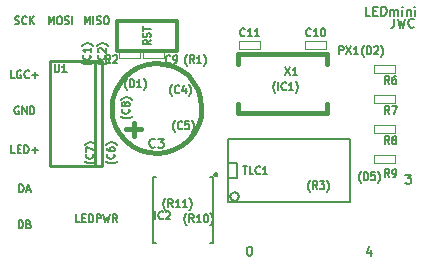
<source format=gto>
G04 (created by PCBNEW-RS274X (2011-07-08)-stable) date Wed 23 Nov 2011 11:36:48 PM EST*
G01*
G70*
G90*
%MOIN*%
G04 Gerber Fmt 3.4, Leading zero omitted, Abs format*
%FSLAX34Y34*%
G04 APERTURE LIST*
%ADD10C,0.006000*%
%ADD11C,0.006300*%
%ADD12C,0.007500*%
%ADD13C,0.015000*%
%ADD14C,0.010000*%
%ADD15C,0.012000*%
%ADD16C,0.003000*%
%ADD17C,0.007000*%
%ADD18C,0.005000*%
G04 APERTURE END LIST*
G54D10*
X14696Y-27780D02*
X14685Y-27792D01*
X14649Y-27816D01*
X14625Y-27828D01*
X14589Y-27840D01*
X14530Y-27851D01*
X14482Y-27851D01*
X14423Y-27840D01*
X14387Y-27828D01*
X14363Y-27816D01*
X14327Y-27792D01*
X14315Y-27780D01*
X14577Y-27542D02*
X14589Y-27554D01*
X14601Y-27589D01*
X14601Y-27613D01*
X14589Y-27649D01*
X14565Y-27673D01*
X14542Y-27684D01*
X14494Y-27696D01*
X14458Y-27696D01*
X14411Y-27684D01*
X14387Y-27673D01*
X14363Y-27649D01*
X14351Y-27613D01*
X14351Y-27589D01*
X14363Y-27554D01*
X14375Y-27542D01*
X14375Y-27446D02*
X14363Y-27434D01*
X14351Y-27411D01*
X14351Y-27351D01*
X14363Y-27327D01*
X14375Y-27315D01*
X14399Y-27304D01*
X14423Y-27304D01*
X14458Y-27315D01*
X14601Y-27458D01*
X14601Y-27304D01*
X14696Y-27220D02*
X14685Y-27208D01*
X14649Y-27185D01*
X14625Y-27173D01*
X14589Y-27161D01*
X14530Y-27149D01*
X14482Y-27149D01*
X14423Y-27161D01*
X14387Y-27173D01*
X14363Y-27185D01*
X14327Y-27208D01*
X14315Y-27220D01*
X14196Y-27780D02*
X14185Y-27792D01*
X14149Y-27816D01*
X14125Y-27828D01*
X14089Y-27840D01*
X14030Y-27851D01*
X13982Y-27851D01*
X13923Y-27840D01*
X13887Y-27828D01*
X13863Y-27816D01*
X13827Y-27792D01*
X13815Y-27780D01*
X14077Y-27542D02*
X14089Y-27554D01*
X14101Y-27589D01*
X14101Y-27613D01*
X14089Y-27649D01*
X14065Y-27673D01*
X14042Y-27684D01*
X13994Y-27696D01*
X13958Y-27696D01*
X13911Y-27684D01*
X13887Y-27673D01*
X13863Y-27649D01*
X13851Y-27613D01*
X13851Y-27589D01*
X13863Y-27554D01*
X13875Y-27542D01*
X14101Y-27304D02*
X14101Y-27446D01*
X14101Y-27375D02*
X13851Y-27375D01*
X13887Y-27399D01*
X13911Y-27423D01*
X13923Y-27446D01*
X14196Y-27220D02*
X14185Y-27208D01*
X14149Y-27185D01*
X14125Y-27173D01*
X14089Y-27161D01*
X14030Y-27149D01*
X13982Y-27149D01*
X13923Y-27161D01*
X13887Y-27173D01*
X13863Y-27185D01*
X13827Y-27208D01*
X13815Y-27220D01*
X15496Y-29580D02*
X15485Y-29592D01*
X15449Y-29616D01*
X15425Y-29628D01*
X15389Y-29640D01*
X15330Y-29651D01*
X15282Y-29651D01*
X15223Y-29640D01*
X15187Y-29628D01*
X15163Y-29616D01*
X15127Y-29592D01*
X15115Y-29580D01*
X15377Y-29342D02*
X15389Y-29354D01*
X15401Y-29389D01*
X15401Y-29413D01*
X15389Y-29449D01*
X15365Y-29473D01*
X15342Y-29484D01*
X15294Y-29496D01*
X15258Y-29496D01*
X15211Y-29484D01*
X15187Y-29473D01*
X15163Y-29449D01*
X15151Y-29413D01*
X15151Y-29389D01*
X15163Y-29354D01*
X15175Y-29342D01*
X15258Y-29199D02*
X15246Y-29223D01*
X15235Y-29234D01*
X15211Y-29246D01*
X15199Y-29246D01*
X15175Y-29234D01*
X15163Y-29223D01*
X15151Y-29199D01*
X15151Y-29151D01*
X15163Y-29127D01*
X15175Y-29115D01*
X15199Y-29104D01*
X15211Y-29104D01*
X15235Y-29115D01*
X15246Y-29127D01*
X15258Y-29151D01*
X15258Y-29199D01*
X15270Y-29223D01*
X15282Y-29234D01*
X15306Y-29246D01*
X15354Y-29246D01*
X15377Y-29234D01*
X15389Y-29223D01*
X15401Y-29199D01*
X15401Y-29151D01*
X15389Y-29127D01*
X15377Y-29115D01*
X15354Y-29104D01*
X15306Y-29104D01*
X15282Y-29115D01*
X15270Y-29127D01*
X15258Y-29151D01*
X15496Y-29020D02*
X15485Y-29008D01*
X15449Y-28985D01*
X15425Y-28973D01*
X15389Y-28961D01*
X15330Y-28949D01*
X15282Y-28949D01*
X15223Y-28961D01*
X15187Y-28973D01*
X15163Y-28985D01*
X15127Y-29008D01*
X15115Y-29020D01*
X14996Y-31080D02*
X14985Y-31092D01*
X14949Y-31116D01*
X14925Y-31128D01*
X14889Y-31140D01*
X14830Y-31151D01*
X14782Y-31151D01*
X14723Y-31140D01*
X14687Y-31128D01*
X14663Y-31116D01*
X14627Y-31092D01*
X14615Y-31080D01*
X14877Y-30842D02*
X14889Y-30854D01*
X14901Y-30889D01*
X14901Y-30913D01*
X14889Y-30949D01*
X14865Y-30973D01*
X14842Y-30984D01*
X14794Y-30996D01*
X14758Y-30996D01*
X14711Y-30984D01*
X14687Y-30973D01*
X14663Y-30949D01*
X14651Y-30913D01*
X14651Y-30889D01*
X14663Y-30854D01*
X14675Y-30842D01*
X14651Y-30627D02*
X14651Y-30675D01*
X14663Y-30699D01*
X14675Y-30711D01*
X14711Y-30734D01*
X14758Y-30746D01*
X14854Y-30746D01*
X14877Y-30734D01*
X14889Y-30723D01*
X14901Y-30699D01*
X14901Y-30651D01*
X14889Y-30627D01*
X14877Y-30615D01*
X14854Y-30604D01*
X14794Y-30604D01*
X14770Y-30615D01*
X14758Y-30627D01*
X14746Y-30651D01*
X14746Y-30699D01*
X14758Y-30723D01*
X14770Y-30734D01*
X14794Y-30746D01*
X14996Y-30520D02*
X14985Y-30508D01*
X14949Y-30485D01*
X14925Y-30473D01*
X14889Y-30461D01*
X14830Y-30449D01*
X14782Y-30449D01*
X14723Y-30461D01*
X14687Y-30473D01*
X14663Y-30485D01*
X14627Y-30508D01*
X14615Y-30520D01*
X15320Y-28696D02*
X15308Y-28685D01*
X15284Y-28649D01*
X15272Y-28625D01*
X15260Y-28589D01*
X15249Y-28530D01*
X15249Y-28482D01*
X15260Y-28423D01*
X15272Y-28387D01*
X15284Y-28363D01*
X15308Y-28327D01*
X15320Y-28315D01*
X15416Y-28601D02*
X15416Y-28351D01*
X15475Y-28351D01*
X15511Y-28363D01*
X15535Y-28387D01*
X15546Y-28411D01*
X15558Y-28458D01*
X15558Y-28494D01*
X15546Y-28542D01*
X15535Y-28565D01*
X15511Y-28589D01*
X15475Y-28601D01*
X15416Y-28601D01*
X15796Y-28601D02*
X15654Y-28601D01*
X15725Y-28601D02*
X15725Y-28351D01*
X15701Y-28387D01*
X15677Y-28411D01*
X15654Y-28423D01*
X15880Y-28696D02*
X15892Y-28685D01*
X15915Y-28649D01*
X15927Y-28625D01*
X15939Y-28589D01*
X15951Y-28530D01*
X15951Y-28482D01*
X15939Y-28423D01*
X15927Y-28387D01*
X15915Y-28363D01*
X15892Y-28327D01*
X15880Y-28315D01*
X16920Y-30096D02*
X16908Y-30085D01*
X16884Y-30049D01*
X16872Y-30025D01*
X16860Y-29989D01*
X16849Y-29930D01*
X16849Y-29882D01*
X16860Y-29823D01*
X16872Y-29787D01*
X16884Y-29763D01*
X16908Y-29727D01*
X16920Y-29715D01*
X17158Y-29977D02*
X17146Y-29989D01*
X17111Y-30001D01*
X17087Y-30001D01*
X17051Y-29989D01*
X17027Y-29965D01*
X17016Y-29942D01*
X17004Y-29894D01*
X17004Y-29858D01*
X17016Y-29811D01*
X17027Y-29787D01*
X17051Y-29763D01*
X17087Y-29751D01*
X17111Y-29751D01*
X17146Y-29763D01*
X17158Y-29775D01*
X17385Y-29751D02*
X17266Y-29751D01*
X17254Y-29870D01*
X17266Y-29858D01*
X17289Y-29846D01*
X17349Y-29846D01*
X17373Y-29858D01*
X17385Y-29870D01*
X17396Y-29894D01*
X17396Y-29954D01*
X17385Y-29977D01*
X17373Y-29989D01*
X17349Y-30001D01*
X17289Y-30001D01*
X17266Y-29989D01*
X17254Y-29977D01*
X17480Y-30096D02*
X17492Y-30085D01*
X17515Y-30049D01*
X17527Y-30025D01*
X17539Y-29989D01*
X17551Y-29930D01*
X17551Y-29882D01*
X17539Y-29823D01*
X17527Y-29787D01*
X17515Y-29763D01*
X17492Y-29727D01*
X17480Y-29715D01*
X14296Y-31080D02*
X14285Y-31092D01*
X14249Y-31116D01*
X14225Y-31128D01*
X14189Y-31140D01*
X14130Y-31151D01*
X14082Y-31151D01*
X14023Y-31140D01*
X13987Y-31128D01*
X13963Y-31116D01*
X13927Y-31092D01*
X13915Y-31080D01*
X14177Y-30842D02*
X14189Y-30854D01*
X14201Y-30889D01*
X14201Y-30913D01*
X14189Y-30949D01*
X14165Y-30973D01*
X14142Y-30984D01*
X14094Y-30996D01*
X14058Y-30996D01*
X14011Y-30984D01*
X13987Y-30973D01*
X13963Y-30949D01*
X13951Y-30913D01*
X13951Y-30889D01*
X13963Y-30854D01*
X13975Y-30842D01*
X13951Y-30758D02*
X13951Y-30592D01*
X14201Y-30699D01*
X14296Y-30520D02*
X14285Y-30508D01*
X14249Y-30485D01*
X14225Y-30473D01*
X14189Y-30461D01*
X14130Y-30449D01*
X14082Y-30449D01*
X14023Y-30461D01*
X13987Y-30473D01*
X13963Y-30485D01*
X13927Y-30508D01*
X13915Y-30520D01*
X16820Y-28896D02*
X16808Y-28885D01*
X16784Y-28849D01*
X16772Y-28825D01*
X16760Y-28789D01*
X16749Y-28730D01*
X16749Y-28682D01*
X16760Y-28623D01*
X16772Y-28587D01*
X16784Y-28563D01*
X16808Y-28527D01*
X16820Y-28515D01*
X17058Y-28777D02*
X17046Y-28789D01*
X17011Y-28801D01*
X16987Y-28801D01*
X16951Y-28789D01*
X16927Y-28765D01*
X16916Y-28742D01*
X16904Y-28694D01*
X16904Y-28658D01*
X16916Y-28611D01*
X16927Y-28587D01*
X16951Y-28563D01*
X16987Y-28551D01*
X17011Y-28551D01*
X17046Y-28563D01*
X17058Y-28575D01*
X17273Y-28635D02*
X17273Y-28801D01*
X17213Y-28539D02*
X17154Y-28718D01*
X17308Y-28718D01*
X17380Y-28896D02*
X17392Y-28885D01*
X17415Y-28849D01*
X17427Y-28825D01*
X17439Y-28789D01*
X17451Y-28730D01*
X17451Y-28682D01*
X17439Y-28623D01*
X17427Y-28587D01*
X17415Y-28563D01*
X17392Y-28527D01*
X17380Y-28515D01*
X17320Y-27896D02*
X17308Y-27885D01*
X17284Y-27849D01*
X17272Y-27825D01*
X17260Y-27789D01*
X17249Y-27730D01*
X17249Y-27682D01*
X17260Y-27623D01*
X17272Y-27587D01*
X17284Y-27563D01*
X17308Y-27527D01*
X17320Y-27515D01*
X17558Y-27801D02*
X17475Y-27682D01*
X17416Y-27801D02*
X17416Y-27551D01*
X17511Y-27551D01*
X17535Y-27563D01*
X17546Y-27575D01*
X17558Y-27599D01*
X17558Y-27635D01*
X17546Y-27658D01*
X17535Y-27670D01*
X17511Y-27682D01*
X17416Y-27682D01*
X17796Y-27801D02*
X17654Y-27801D01*
X17725Y-27801D02*
X17725Y-27551D01*
X17701Y-27587D01*
X17677Y-27611D01*
X17654Y-27623D01*
X17880Y-27896D02*
X17892Y-27885D01*
X17915Y-27849D01*
X17927Y-27825D01*
X17939Y-27789D01*
X17951Y-27730D01*
X17951Y-27682D01*
X17939Y-27623D01*
X17927Y-27587D01*
X17915Y-27563D01*
X17892Y-27527D01*
X17880Y-27515D01*
X23220Y-27596D02*
X23208Y-27585D01*
X23184Y-27549D01*
X23172Y-27525D01*
X23160Y-27489D01*
X23149Y-27430D01*
X23149Y-27382D01*
X23160Y-27323D01*
X23172Y-27287D01*
X23184Y-27263D01*
X23208Y-27227D01*
X23220Y-27215D01*
X23316Y-27501D02*
X23316Y-27251D01*
X23375Y-27251D01*
X23411Y-27263D01*
X23435Y-27287D01*
X23446Y-27311D01*
X23458Y-27358D01*
X23458Y-27394D01*
X23446Y-27442D01*
X23435Y-27465D01*
X23411Y-27489D01*
X23375Y-27501D01*
X23316Y-27501D01*
X23554Y-27275D02*
X23566Y-27263D01*
X23589Y-27251D01*
X23649Y-27251D01*
X23673Y-27263D01*
X23685Y-27275D01*
X23696Y-27299D01*
X23696Y-27323D01*
X23685Y-27358D01*
X23542Y-27501D01*
X23696Y-27501D01*
X23780Y-27596D02*
X23792Y-27585D01*
X23815Y-27549D01*
X23827Y-27525D01*
X23839Y-27489D01*
X23851Y-27430D01*
X23851Y-27382D01*
X23839Y-27323D01*
X23827Y-27287D01*
X23815Y-27263D01*
X23792Y-27227D01*
X23780Y-27215D01*
X23120Y-31796D02*
X23108Y-31785D01*
X23084Y-31749D01*
X23072Y-31725D01*
X23060Y-31689D01*
X23049Y-31630D01*
X23049Y-31582D01*
X23060Y-31523D01*
X23072Y-31487D01*
X23084Y-31463D01*
X23108Y-31427D01*
X23120Y-31415D01*
X23216Y-31701D02*
X23216Y-31451D01*
X23275Y-31451D01*
X23311Y-31463D01*
X23335Y-31487D01*
X23346Y-31511D01*
X23358Y-31558D01*
X23358Y-31594D01*
X23346Y-31642D01*
X23335Y-31665D01*
X23311Y-31689D01*
X23275Y-31701D01*
X23216Y-31701D01*
X23585Y-31451D02*
X23466Y-31451D01*
X23454Y-31570D01*
X23466Y-31558D01*
X23489Y-31546D01*
X23549Y-31546D01*
X23573Y-31558D01*
X23585Y-31570D01*
X23596Y-31594D01*
X23596Y-31654D01*
X23585Y-31677D01*
X23573Y-31689D01*
X23549Y-31701D01*
X23489Y-31701D01*
X23466Y-31689D01*
X23454Y-31677D01*
X23680Y-31796D02*
X23692Y-31785D01*
X23715Y-31749D01*
X23727Y-31725D01*
X23739Y-31689D01*
X23751Y-31630D01*
X23751Y-31582D01*
X23739Y-31523D01*
X23727Y-31487D01*
X23715Y-31463D01*
X23692Y-31427D01*
X23680Y-31415D01*
G54D11*
X20261Y-28796D02*
X20249Y-28785D01*
X20225Y-28749D01*
X20213Y-28725D01*
X20201Y-28689D01*
X20190Y-28630D01*
X20190Y-28582D01*
X20201Y-28523D01*
X20213Y-28487D01*
X20225Y-28463D01*
X20249Y-28427D01*
X20261Y-28415D01*
X20357Y-28701D02*
X20357Y-28451D01*
X20618Y-28677D02*
X20606Y-28689D01*
X20571Y-28701D01*
X20547Y-28701D01*
X20511Y-28689D01*
X20487Y-28665D01*
X20476Y-28642D01*
X20464Y-28594D01*
X20464Y-28558D01*
X20476Y-28511D01*
X20487Y-28487D01*
X20511Y-28463D01*
X20547Y-28451D01*
X20571Y-28451D01*
X20606Y-28463D01*
X20618Y-28475D01*
X20856Y-28701D02*
X20714Y-28701D01*
X20785Y-28701D02*
X20785Y-28451D01*
X20761Y-28487D01*
X20737Y-28511D01*
X20714Y-28523D01*
X20940Y-28796D02*
X20952Y-28785D01*
X20975Y-28749D01*
X20987Y-28725D01*
X20999Y-28689D01*
X21011Y-28630D01*
X21011Y-28582D01*
X20999Y-28523D01*
X20987Y-28487D01*
X20975Y-28463D01*
X20952Y-28427D01*
X20940Y-28415D01*
X21420Y-32096D02*
X21408Y-32085D01*
X21384Y-32049D01*
X21372Y-32025D01*
X21360Y-31989D01*
X21349Y-31930D01*
X21349Y-31882D01*
X21360Y-31823D01*
X21372Y-31787D01*
X21384Y-31763D01*
X21408Y-31727D01*
X21420Y-31715D01*
X21658Y-32001D02*
X21575Y-31882D01*
X21516Y-32001D02*
X21516Y-31751D01*
X21611Y-31751D01*
X21635Y-31763D01*
X21646Y-31775D01*
X21658Y-31799D01*
X21658Y-31835D01*
X21646Y-31858D01*
X21635Y-31870D01*
X21611Y-31882D01*
X21516Y-31882D01*
X21742Y-31751D02*
X21896Y-31751D01*
X21813Y-31846D01*
X21849Y-31846D01*
X21873Y-31858D01*
X21885Y-31870D01*
X21896Y-31894D01*
X21896Y-31954D01*
X21885Y-31977D01*
X21873Y-31989D01*
X21849Y-32001D01*
X21777Y-32001D01*
X21754Y-31989D01*
X21742Y-31977D01*
X21980Y-32096D02*
X21992Y-32085D01*
X22015Y-32049D01*
X22027Y-32025D01*
X22039Y-31989D01*
X22051Y-31930D01*
X22051Y-31882D01*
X22039Y-31823D01*
X22027Y-31787D01*
X22015Y-31763D01*
X21992Y-31727D01*
X21980Y-31715D01*
X16601Y-32696D02*
X16589Y-32685D01*
X16565Y-32649D01*
X16553Y-32625D01*
X16541Y-32589D01*
X16530Y-32530D01*
X16530Y-32482D01*
X16541Y-32423D01*
X16553Y-32387D01*
X16565Y-32363D01*
X16589Y-32327D01*
X16601Y-32315D01*
X16839Y-32601D02*
X16756Y-32482D01*
X16697Y-32601D02*
X16697Y-32351D01*
X16792Y-32351D01*
X16816Y-32363D01*
X16827Y-32375D01*
X16839Y-32399D01*
X16839Y-32435D01*
X16827Y-32458D01*
X16816Y-32470D01*
X16792Y-32482D01*
X16697Y-32482D01*
X17077Y-32601D02*
X16935Y-32601D01*
X17006Y-32601D02*
X17006Y-32351D01*
X16982Y-32387D01*
X16958Y-32411D01*
X16935Y-32423D01*
X17315Y-32601D02*
X17173Y-32601D01*
X17244Y-32601D02*
X17244Y-32351D01*
X17220Y-32387D01*
X17196Y-32411D01*
X17173Y-32423D01*
X17399Y-32696D02*
X17411Y-32685D01*
X17434Y-32649D01*
X17446Y-32625D01*
X17458Y-32589D01*
X17470Y-32530D01*
X17470Y-32482D01*
X17458Y-32423D01*
X17446Y-32387D01*
X17434Y-32363D01*
X17411Y-32327D01*
X17399Y-32315D01*
X17301Y-33196D02*
X17289Y-33185D01*
X17265Y-33149D01*
X17253Y-33125D01*
X17241Y-33089D01*
X17230Y-33030D01*
X17230Y-32982D01*
X17241Y-32923D01*
X17253Y-32887D01*
X17265Y-32863D01*
X17289Y-32827D01*
X17301Y-32815D01*
X17539Y-33101D02*
X17456Y-32982D01*
X17397Y-33101D02*
X17397Y-32851D01*
X17492Y-32851D01*
X17516Y-32863D01*
X17527Y-32875D01*
X17539Y-32899D01*
X17539Y-32935D01*
X17527Y-32958D01*
X17516Y-32970D01*
X17492Y-32982D01*
X17397Y-32982D01*
X17777Y-33101D02*
X17635Y-33101D01*
X17706Y-33101D02*
X17706Y-32851D01*
X17682Y-32887D01*
X17658Y-32911D01*
X17635Y-32923D01*
X17932Y-32851D02*
X17956Y-32851D01*
X17980Y-32863D01*
X17992Y-32875D01*
X18004Y-32899D01*
X18015Y-32946D01*
X18015Y-33006D01*
X18004Y-33054D01*
X17992Y-33077D01*
X17980Y-33089D01*
X17956Y-33101D01*
X17932Y-33101D01*
X17908Y-33089D01*
X17896Y-33077D01*
X17885Y-33054D01*
X17873Y-33006D01*
X17873Y-32946D01*
X17885Y-32899D01*
X17896Y-32875D01*
X17908Y-32863D01*
X17932Y-32851D01*
X18099Y-33196D02*
X18111Y-33185D01*
X18134Y-33149D01*
X18146Y-33125D01*
X18158Y-33089D01*
X18170Y-33030D01*
X18170Y-32982D01*
X18158Y-32923D01*
X18146Y-32887D01*
X18134Y-32863D01*
X18111Y-32827D01*
X18099Y-32815D01*
X16101Y-27037D02*
X15982Y-27120D01*
X16101Y-27179D02*
X15851Y-27179D01*
X15851Y-27084D01*
X15863Y-27060D01*
X15875Y-27049D01*
X15899Y-27037D01*
X15935Y-27037D01*
X15958Y-27049D01*
X15970Y-27060D01*
X15982Y-27084D01*
X15982Y-27179D01*
X16089Y-26941D02*
X16101Y-26906D01*
X16101Y-26846D01*
X16089Y-26822D01*
X16077Y-26810D01*
X16054Y-26799D01*
X16030Y-26799D01*
X16006Y-26810D01*
X15994Y-26822D01*
X15982Y-26846D01*
X15970Y-26894D01*
X15958Y-26918D01*
X15946Y-26929D01*
X15923Y-26941D01*
X15899Y-26941D01*
X15875Y-26929D01*
X15863Y-26918D01*
X15851Y-26894D01*
X15851Y-26834D01*
X15863Y-26799D01*
X15851Y-26727D02*
X15851Y-26584D01*
X16101Y-26656D02*
X15851Y-26656D01*
G54D12*
X23457Y-34021D02*
X23457Y-34221D01*
X23386Y-33907D02*
X23314Y-34121D01*
X23500Y-34121D01*
X19386Y-33921D02*
X19414Y-33921D01*
X19443Y-33936D01*
X19457Y-33950D01*
X19471Y-33979D01*
X19486Y-34036D01*
X19486Y-34107D01*
X19471Y-34164D01*
X19457Y-34193D01*
X19443Y-34207D01*
X19414Y-34221D01*
X19386Y-34221D01*
X19357Y-34207D01*
X19343Y-34193D01*
X19328Y-34164D01*
X19314Y-34107D01*
X19314Y-34036D01*
X19328Y-33979D01*
X19343Y-33950D01*
X19357Y-33936D01*
X19386Y-33921D01*
G54D11*
X11573Y-28301D02*
X11454Y-28301D01*
X11454Y-28051D01*
X11786Y-28063D02*
X11763Y-28051D01*
X11727Y-28051D01*
X11691Y-28063D01*
X11667Y-28087D01*
X11656Y-28111D01*
X11644Y-28158D01*
X11644Y-28194D01*
X11656Y-28242D01*
X11667Y-28265D01*
X11691Y-28289D01*
X11727Y-28301D01*
X11751Y-28301D01*
X11786Y-28289D01*
X11798Y-28277D01*
X11798Y-28194D01*
X11751Y-28194D01*
X12048Y-28277D02*
X12036Y-28289D01*
X12001Y-28301D01*
X11977Y-28301D01*
X11941Y-28289D01*
X11917Y-28265D01*
X11906Y-28242D01*
X11894Y-28194D01*
X11894Y-28158D01*
X11906Y-28111D01*
X11917Y-28087D01*
X11941Y-28063D01*
X11977Y-28051D01*
X12001Y-28051D01*
X12036Y-28063D01*
X12048Y-28075D01*
X12156Y-28206D02*
X12346Y-28206D01*
X12251Y-28301D02*
X12251Y-28111D01*
X11709Y-29263D02*
X11686Y-29251D01*
X11650Y-29251D01*
X11614Y-29263D01*
X11590Y-29287D01*
X11579Y-29311D01*
X11567Y-29358D01*
X11567Y-29394D01*
X11579Y-29442D01*
X11590Y-29465D01*
X11614Y-29489D01*
X11650Y-29501D01*
X11674Y-29501D01*
X11709Y-29489D01*
X11721Y-29477D01*
X11721Y-29394D01*
X11674Y-29394D01*
X11829Y-29501D02*
X11829Y-29251D01*
X11971Y-29501D01*
X11971Y-29251D01*
X12091Y-29501D02*
X12091Y-29251D01*
X12150Y-29251D01*
X12186Y-29263D01*
X12210Y-29287D01*
X12221Y-29311D01*
X12233Y-29358D01*
X12233Y-29394D01*
X12221Y-29442D01*
X12210Y-29465D01*
X12186Y-29489D01*
X12150Y-29501D01*
X12091Y-29501D01*
X11585Y-30801D02*
X11466Y-30801D01*
X11466Y-30551D01*
X11668Y-30670D02*
X11751Y-30670D01*
X11787Y-30801D02*
X11668Y-30801D01*
X11668Y-30551D01*
X11787Y-30551D01*
X11894Y-30801D02*
X11894Y-30551D01*
X11953Y-30551D01*
X11989Y-30563D01*
X12013Y-30587D01*
X12024Y-30611D01*
X12036Y-30658D01*
X12036Y-30694D01*
X12024Y-30742D01*
X12013Y-30765D01*
X11989Y-30789D01*
X11953Y-30801D01*
X11894Y-30801D01*
X12144Y-30706D02*
X12334Y-30706D01*
X12239Y-30801D02*
X12239Y-30611D01*
X13747Y-33101D02*
X13628Y-33101D01*
X13628Y-32851D01*
X13830Y-32970D02*
X13913Y-32970D01*
X13949Y-33101D02*
X13830Y-33101D01*
X13830Y-32851D01*
X13949Y-32851D01*
X14056Y-33101D02*
X14056Y-32851D01*
X14115Y-32851D01*
X14151Y-32863D01*
X14175Y-32887D01*
X14186Y-32911D01*
X14198Y-32958D01*
X14198Y-32994D01*
X14186Y-33042D01*
X14175Y-33065D01*
X14151Y-33089D01*
X14115Y-33101D01*
X14056Y-33101D01*
X14306Y-33101D02*
X14306Y-32851D01*
X14401Y-32851D01*
X14425Y-32863D01*
X14436Y-32875D01*
X14448Y-32899D01*
X14448Y-32935D01*
X14436Y-32958D01*
X14425Y-32970D01*
X14401Y-32982D01*
X14306Y-32982D01*
X14532Y-32851D02*
X14591Y-33101D01*
X14639Y-32923D01*
X14686Y-33101D01*
X14746Y-32851D01*
X14984Y-33101D02*
X14901Y-32982D01*
X14842Y-33101D02*
X14842Y-32851D01*
X14937Y-32851D01*
X14961Y-32863D01*
X14972Y-32875D01*
X14984Y-32899D01*
X14984Y-32935D01*
X14972Y-32958D01*
X14961Y-32970D01*
X14937Y-32982D01*
X14842Y-32982D01*
X11728Y-32101D02*
X11728Y-31851D01*
X11787Y-31851D01*
X11823Y-31863D01*
X11847Y-31887D01*
X11858Y-31911D01*
X11870Y-31958D01*
X11870Y-31994D01*
X11858Y-32042D01*
X11847Y-32065D01*
X11823Y-32089D01*
X11787Y-32101D01*
X11728Y-32101D01*
X11966Y-32030D02*
X12085Y-32030D01*
X11942Y-32101D02*
X12025Y-31851D01*
X12108Y-32101D01*
X11710Y-33301D02*
X11710Y-33051D01*
X11769Y-33051D01*
X11805Y-33063D01*
X11829Y-33087D01*
X11840Y-33111D01*
X11852Y-33158D01*
X11852Y-33194D01*
X11840Y-33242D01*
X11829Y-33265D01*
X11805Y-33289D01*
X11769Y-33301D01*
X11710Y-33301D01*
X12043Y-33170D02*
X12079Y-33182D01*
X12090Y-33194D01*
X12102Y-33218D01*
X12102Y-33254D01*
X12090Y-33277D01*
X12079Y-33289D01*
X12055Y-33301D01*
X11960Y-33301D01*
X11960Y-33051D01*
X12043Y-33051D01*
X12067Y-33063D01*
X12079Y-33075D01*
X12090Y-33099D01*
X12090Y-33123D01*
X12079Y-33146D01*
X12067Y-33158D01*
X12043Y-33170D01*
X11960Y-33170D01*
X13908Y-26501D02*
X13908Y-26251D01*
X13991Y-26430D01*
X14074Y-26251D01*
X14074Y-26501D01*
X14194Y-26501D02*
X14194Y-26251D01*
X14301Y-26489D02*
X14336Y-26501D01*
X14396Y-26501D01*
X14420Y-26489D01*
X14432Y-26477D01*
X14443Y-26454D01*
X14443Y-26430D01*
X14432Y-26406D01*
X14420Y-26394D01*
X14396Y-26382D01*
X14348Y-26370D01*
X14324Y-26358D01*
X14313Y-26346D01*
X14301Y-26323D01*
X14301Y-26299D01*
X14313Y-26275D01*
X14324Y-26263D01*
X14348Y-26251D01*
X14408Y-26251D01*
X14443Y-26263D01*
X14598Y-26251D02*
X14646Y-26251D01*
X14670Y-26263D01*
X14693Y-26287D01*
X14705Y-26335D01*
X14705Y-26418D01*
X14693Y-26465D01*
X14670Y-26489D01*
X14646Y-26501D01*
X14598Y-26501D01*
X14574Y-26489D01*
X14551Y-26465D01*
X14539Y-26418D01*
X14539Y-26335D01*
X14551Y-26287D01*
X14574Y-26263D01*
X14598Y-26251D01*
X12708Y-26501D02*
X12708Y-26251D01*
X12791Y-26430D01*
X12874Y-26251D01*
X12874Y-26501D01*
X13041Y-26251D02*
X13089Y-26251D01*
X13113Y-26263D01*
X13136Y-26287D01*
X13148Y-26335D01*
X13148Y-26418D01*
X13136Y-26465D01*
X13113Y-26489D01*
X13089Y-26501D01*
X13041Y-26501D01*
X13017Y-26489D01*
X12994Y-26465D01*
X12982Y-26418D01*
X12982Y-26335D01*
X12994Y-26287D01*
X13017Y-26263D01*
X13041Y-26251D01*
X13244Y-26489D02*
X13279Y-26501D01*
X13339Y-26501D01*
X13363Y-26489D01*
X13375Y-26477D01*
X13386Y-26454D01*
X13386Y-26430D01*
X13375Y-26406D01*
X13363Y-26394D01*
X13339Y-26382D01*
X13291Y-26370D01*
X13267Y-26358D01*
X13256Y-26346D01*
X13244Y-26323D01*
X13244Y-26299D01*
X13256Y-26275D01*
X13267Y-26263D01*
X13291Y-26251D01*
X13351Y-26251D01*
X13386Y-26263D01*
X13494Y-26501D02*
X13494Y-26251D01*
X11579Y-26489D02*
X11614Y-26501D01*
X11674Y-26501D01*
X11698Y-26489D01*
X11710Y-26477D01*
X11721Y-26454D01*
X11721Y-26430D01*
X11710Y-26406D01*
X11698Y-26394D01*
X11674Y-26382D01*
X11626Y-26370D01*
X11602Y-26358D01*
X11591Y-26346D01*
X11579Y-26323D01*
X11579Y-26299D01*
X11591Y-26275D01*
X11602Y-26263D01*
X11626Y-26251D01*
X11686Y-26251D01*
X11721Y-26263D01*
X11971Y-26477D02*
X11959Y-26489D01*
X11924Y-26501D01*
X11900Y-26501D01*
X11864Y-26489D01*
X11840Y-26465D01*
X11829Y-26442D01*
X11817Y-26394D01*
X11817Y-26358D01*
X11829Y-26311D01*
X11840Y-26287D01*
X11864Y-26263D01*
X11900Y-26251D01*
X11924Y-26251D01*
X11959Y-26263D01*
X11971Y-26275D01*
X12079Y-26501D02*
X12079Y-26251D01*
X12221Y-26501D02*
X12114Y-26358D01*
X12221Y-26251D02*
X12079Y-26394D01*
G54D12*
X24600Y-31521D02*
X24786Y-31521D01*
X24686Y-31636D01*
X24728Y-31636D01*
X24757Y-31650D01*
X24771Y-31664D01*
X24786Y-31693D01*
X24786Y-31764D01*
X24771Y-31793D01*
X24757Y-31807D01*
X24728Y-31821D01*
X24643Y-31821D01*
X24614Y-31807D01*
X24600Y-31793D01*
G54D10*
X24221Y-26321D02*
X24221Y-26536D01*
X24207Y-26579D01*
X24178Y-26607D01*
X24135Y-26621D01*
X24107Y-26621D01*
X24336Y-26321D02*
X24407Y-26621D01*
X24464Y-26407D01*
X24522Y-26621D01*
X24593Y-26321D01*
X24879Y-26593D02*
X24865Y-26607D01*
X24822Y-26621D01*
X24793Y-26621D01*
X24750Y-26607D01*
X24722Y-26579D01*
X24707Y-26550D01*
X24693Y-26493D01*
X24693Y-26450D01*
X24707Y-26393D01*
X24722Y-26364D01*
X24750Y-26336D01*
X24793Y-26321D01*
X24822Y-26321D01*
X24865Y-26336D01*
X24879Y-26350D01*
X23429Y-26221D02*
X23286Y-26221D01*
X23286Y-25921D01*
X23529Y-26064D02*
X23629Y-26064D01*
X23672Y-26221D02*
X23529Y-26221D01*
X23529Y-25921D01*
X23672Y-25921D01*
X23800Y-26221D02*
X23800Y-25921D01*
X23872Y-25921D01*
X23915Y-25936D01*
X23943Y-25964D01*
X23958Y-25993D01*
X23972Y-26050D01*
X23972Y-26093D01*
X23958Y-26150D01*
X23943Y-26179D01*
X23915Y-26207D01*
X23872Y-26221D01*
X23800Y-26221D01*
X24100Y-26221D02*
X24100Y-26021D01*
X24100Y-26050D02*
X24115Y-26036D01*
X24143Y-26021D01*
X24186Y-26021D01*
X24215Y-26036D01*
X24229Y-26064D01*
X24229Y-26221D01*
X24229Y-26064D02*
X24243Y-26036D01*
X24272Y-26021D01*
X24315Y-26021D01*
X24343Y-26036D01*
X24358Y-26064D01*
X24358Y-26221D01*
X24500Y-26221D02*
X24500Y-26021D01*
X24500Y-25921D02*
X24486Y-25936D01*
X24500Y-25950D01*
X24515Y-25936D01*
X24500Y-25921D01*
X24500Y-25950D01*
X24643Y-26021D02*
X24643Y-26221D01*
X24643Y-26050D02*
X24658Y-26036D01*
X24686Y-26021D01*
X24729Y-26021D01*
X24758Y-26036D01*
X24772Y-26064D01*
X24772Y-26221D01*
X24914Y-26221D02*
X24914Y-26021D01*
X24914Y-25921D02*
X24900Y-25936D01*
X24914Y-25950D01*
X24929Y-25936D01*
X24914Y-25921D01*
X24914Y-25950D01*
G54D13*
X21976Y-27516D02*
X21976Y-27831D01*
X21976Y-29484D02*
X21976Y-29169D01*
X19024Y-29484D02*
X19024Y-29169D01*
X19024Y-27516D02*
X19024Y-27831D01*
X21976Y-27516D02*
X19024Y-27516D01*
X19024Y-29484D02*
X21976Y-29484D01*
X15300Y-30000D02*
X15800Y-30000D01*
X15550Y-30250D02*
X15550Y-29800D01*
X17800Y-29300D02*
X17771Y-29591D01*
X17686Y-29871D01*
X17549Y-30130D01*
X17364Y-30356D01*
X17138Y-30543D01*
X16881Y-30682D01*
X16601Y-30769D01*
X16310Y-30799D01*
X16019Y-30773D01*
X15739Y-30690D01*
X15479Y-30555D01*
X15251Y-30371D01*
X15063Y-30147D01*
X14922Y-29890D01*
X14833Y-29611D01*
X14801Y-29320D01*
X14825Y-29030D01*
X14906Y-28748D01*
X15040Y-28488D01*
X15221Y-28259D01*
X15444Y-28069D01*
X15700Y-27926D01*
X15978Y-27835D01*
X16269Y-27801D01*
X16560Y-27823D01*
X16842Y-27902D01*
X17103Y-28034D01*
X17334Y-28214D01*
X17525Y-28436D01*
X17670Y-28690D01*
X17762Y-28968D01*
X17799Y-29259D01*
X17800Y-29300D01*
G54D14*
X14250Y-27750D02*
X14500Y-27750D01*
X14500Y-27750D02*
X14500Y-31250D01*
X14500Y-31250D02*
X14250Y-31250D01*
X12750Y-27750D02*
X14250Y-27750D01*
X14250Y-27750D02*
X14250Y-31250D01*
X14250Y-31250D02*
X12750Y-31250D01*
X12750Y-31250D02*
X12750Y-27750D01*
G54D15*
X15000Y-27400D02*
X15000Y-26400D01*
X15000Y-26400D02*
X17000Y-26400D01*
X17000Y-26400D02*
X17000Y-27400D01*
X17000Y-27400D02*
X15000Y-27400D01*
G54D16*
X23553Y-31148D02*
X24247Y-31148D01*
X23553Y-30852D02*
X24247Y-30852D01*
X23553Y-30852D02*
X23553Y-31148D01*
X24247Y-30852D02*
X24247Y-31148D01*
X23553Y-30148D02*
X24247Y-30148D01*
X23553Y-29852D02*
X24247Y-29852D01*
X23553Y-29852D02*
X23553Y-30148D01*
X24247Y-29852D02*
X24247Y-30148D01*
X23553Y-29148D02*
X24247Y-29148D01*
X23553Y-28852D02*
X24247Y-28852D01*
X23553Y-28852D02*
X23553Y-29148D01*
X24247Y-28852D02*
X24247Y-29148D01*
X23553Y-28148D02*
X24247Y-28148D01*
X23553Y-27852D02*
X24247Y-27852D01*
X23553Y-27852D02*
X23553Y-28148D01*
X24247Y-27852D02*
X24247Y-28148D01*
X15747Y-27352D02*
X15053Y-27352D01*
X15747Y-27648D02*
X15053Y-27648D01*
X15747Y-27648D02*
X15747Y-27352D01*
X15053Y-27648D02*
X15053Y-27352D01*
X19747Y-27052D02*
X19053Y-27052D01*
X19747Y-27348D02*
X19053Y-27348D01*
X19747Y-27348D02*
X19747Y-27052D01*
X19053Y-27348D02*
X19053Y-27052D01*
X21253Y-27348D02*
X21947Y-27348D01*
X21253Y-27052D02*
X21947Y-27052D01*
X21253Y-27052D02*
X21253Y-27348D01*
X21947Y-27052D02*
X21947Y-27348D01*
X16547Y-27352D02*
X15853Y-27352D01*
X16547Y-27648D02*
X15853Y-27648D01*
X16547Y-27648D02*
X16547Y-27352D01*
X15853Y-27648D02*
X15853Y-27352D01*
G54D17*
X18333Y-31520D02*
X18331Y-31530D01*
X18329Y-31540D01*
X18324Y-31549D01*
X18317Y-31557D01*
X18309Y-31563D01*
X18300Y-31568D01*
X18290Y-31571D01*
X18280Y-31572D01*
X18271Y-31572D01*
X18261Y-31569D01*
X18251Y-31564D01*
X18243Y-31557D01*
X18237Y-31549D01*
X18232Y-31540D01*
X18229Y-31531D01*
X18228Y-31520D01*
X18228Y-31511D01*
X18231Y-31501D01*
X18236Y-31492D01*
X18242Y-31484D01*
X18250Y-31477D01*
X18259Y-31472D01*
X18269Y-31469D01*
X18279Y-31468D01*
X18289Y-31468D01*
X18299Y-31471D01*
X18308Y-31476D01*
X18316Y-31482D01*
X18323Y-31490D01*
X18328Y-31499D01*
X18331Y-31509D01*
X18332Y-31519D01*
X18333Y-31520D01*
G54D10*
X18100Y-33800D02*
X18200Y-33800D01*
X18200Y-33800D02*
X18200Y-31600D01*
X18200Y-31600D02*
X18100Y-31600D01*
X16200Y-31600D02*
X16200Y-33800D01*
X16200Y-33800D02*
X16300Y-33800D01*
X16200Y-31600D02*
X16300Y-31600D01*
G54D18*
X19041Y-32250D02*
X19038Y-32277D01*
X19030Y-32303D01*
X19017Y-32328D01*
X19000Y-32349D01*
X18978Y-32366D01*
X18954Y-32379D01*
X18928Y-32388D01*
X18900Y-32390D01*
X18874Y-32388D01*
X18848Y-32380D01*
X18823Y-32367D01*
X18802Y-32350D01*
X18784Y-32329D01*
X18771Y-32305D01*
X18763Y-32279D01*
X18760Y-32251D01*
X18762Y-32225D01*
X18769Y-32199D01*
X18782Y-32174D01*
X18799Y-32153D01*
X18820Y-32135D01*
X18844Y-32121D01*
X18870Y-32113D01*
X18898Y-32110D01*
X18924Y-32112D01*
X18950Y-32119D01*
X18975Y-32131D01*
X18997Y-32148D01*
X19015Y-32169D01*
X19028Y-32193D01*
X19037Y-32219D01*
X19040Y-32247D01*
X19041Y-32250D01*
X18700Y-31150D02*
X19000Y-31150D01*
X19000Y-31150D02*
X19000Y-31650D01*
X19000Y-31650D02*
X18700Y-31650D01*
X22750Y-32450D02*
X18700Y-32450D01*
X18700Y-30350D02*
X22750Y-30350D01*
X18700Y-30350D02*
X18700Y-32450D01*
X22750Y-30350D02*
X22750Y-32450D01*
G54D10*
X20598Y-27951D02*
X20764Y-28201D01*
X20764Y-27951D02*
X20598Y-28201D01*
X20990Y-28201D02*
X20848Y-28201D01*
X20919Y-28201D02*
X20919Y-27951D01*
X20895Y-27987D01*
X20871Y-28011D01*
X20848Y-28023D01*
X16250Y-30593D02*
X16236Y-30607D01*
X16193Y-30621D01*
X16164Y-30621D01*
X16121Y-30607D01*
X16093Y-30579D01*
X16078Y-30550D01*
X16064Y-30493D01*
X16064Y-30450D01*
X16078Y-30393D01*
X16093Y-30364D01*
X16121Y-30336D01*
X16164Y-30321D01*
X16193Y-30321D01*
X16236Y-30336D01*
X16250Y-30350D01*
X16350Y-30321D02*
X16536Y-30321D01*
X16436Y-30436D01*
X16478Y-30436D01*
X16507Y-30450D01*
X16521Y-30464D01*
X16536Y-30493D01*
X16536Y-30564D01*
X16521Y-30593D01*
X16507Y-30607D01*
X16478Y-30621D01*
X16393Y-30621D01*
X16364Y-30607D01*
X16350Y-30593D01*
G54D11*
X12910Y-27851D02*
X12910Y-28054D01*
X12921Y-28077D01*
X12933Y-28089D01*
X12957Y-28101D01*
X13005Y-28101D01*
X13029Y-28089D01*
X13040Y-28077D01*
X13052Y-28054D01*
X13052Y-27851D01*
X13302Y-28101D02*
X13160Y-28101D01*
X13231Y-28101D02*
X13231Y-27851D01*
X13207Y-27887D01*
X13183Y-27911D01*
X13160Y-27923D01*
G54D10*
X24058Y-31601D02*
X23975Y-31482D01*
X23916Y-31601D02*
X23916Y-31351D01*
X24011Y-31351D01*
X24035Y-31363D01*
X24046Y-31375D01*
X24058Y-31399D01*
X24058Y-31435D01*
X24046Y-31458D01*
X24035Y-31470D01*
X24011Y-31482D01*
X23916Y-31482D01*
X24177Y-31601D02*
X24225Y-31601D01*
X24249Y-31589D01*
X24261Y-31577D01*
X24285Y-31542D01*
X24296Y-31494D01*
X24296Y-31399D01*
X24285Y-31375D01*
X24273Y-31363D01*
X24249Y-31351D01*
X24201Y-31351D01*
X24177Y-31363D01*
X24166Y-31375D01*
X24154Y-31399D01*
X24154Y-31458D01*
X24166Y-31482D01*
X24177Y-31494D01*
X24201Y-31506D01*
X24249Y-31506D01*
X24273Y-31494D01*
X24285Y-31482D01*
X24296Y-31458D01*
X24058Y-30501D02*
X23975Y-30382D01*
X23916Y-30501D02*
X23916Y-30251D01*
X24011Y-30251D01*
X24035Y-30263D01*
X24046Y-30275D01*
X24058Y-30299D01*
X24058Y-30335D01*
X24046Y-30358D01*
X24035Y-30370D01*
X24011Y-30382D01*
X23916Y-30382D01*
X24201Y-30358D02*
X24177Y-30346D01*
X24166Y-30335D01*
X24154Y-30311D01*
X24154Y-30299D01*
X24166Y-30275D01*
X24177Y-30263D01*
X24201Y-30251D01*
X24249Y-30251D01*
X24273Y-30263D01*
X24285Y-30275D01*
X24296Y-30299D01*
X24296Y-30311D01*
X24285Y-30335D01*
X24273Y-30346D01*
X24249Y-30358D01*
X24201Y-30358D01*
X24177Y-30370D01*
X24166Y-30382D01*
X24154Y-30406D01*
X24154Y-30454D01*
X24166Y-30477D01*
X24177Y-30489D01*
X24201Y-30501D01*
X24249Y-30501D01*
X24273Y-30489D01*
X24285Y-30477D01*
X24296Y-30454D01*
X24296Y-30406D01*
X24285Y-30382D01*
X24273Y-30370D01*
X24249Y-30358D01*
X24058Y-29501D02*
X23975Y-29382D01*
X23916Y-29501D02*
X23916Y-29251D01*
X24011Y-29251D01*
X24035Y-29263D01*
X24046Y-29275D01*
X24058Y-29299D01*
X24058Y-29335D01*
X24046Y-29358D01*
X24035Y-29370D01*
X24011Y-29382D01*
X23916Y-29382D01*
X24142Y-29251D02*
X24308Y-29251D01*
X24201Y-29501D01*
X24058Y-28501D02*
X23975Y-28382D01*
X23916Y-28501D02*
X23916Y-28251D01*
X24011Y-28251D01*
X24035Y-28263D01*
X24046Y-28275D01*
X24058Y-28299D01*
X24058Y-28335D01*
X24046Y-28358D01*
X24035Y-28370D01*
X24011Y-28382D01*
X23916Y-28382D01*
X24273Y-28251D02*
X24225Y-28251D01*
X24201Y-28263D01*
X24189Y-28275D01*
X24166Y-28311D01*
X24154Y-28358D01*
X24154Y-28454D01*
X24166Y-28477D01*
X24177Y-28489D01*
X24201Y-28501D01*
X24249Y-28501D01*
X24273Y-28489D01*
X24285Y-28477D01*
X24296Y-28454D01*
X24296Y-28394D01*
X24285Y-28370D01*
X24273Y-28358D01*
X24249Y-28346D01*
X24201Y-28346D01*
X24177Y-28358D01*
X24166Y-28370D01*
X24154Y-28394D01*
X14758Y-27801D02*
X14675Y-27682D01*
X14616Y-27801D02*
X14616Y-27551D01*
X14711Y-27551D01*
X14735Y-27563D01*
X14746Y-27575D01*
X14758Y-27599D01*
X14758Y-27635D01*
X14746Y-27658D01*
X14735Y-27670D01*
X14711Y-27682D01*
X14616Y-27682D01*
X14854Y-27575D02*
X14866Y-27563D01*
X14889Y-27551D01*
X14949Y-27551D01*
X14973Y-27563D01*
X14985Y-27575D01*
X14996Y-27599D01*
X14996Y-27623D01*
X14985Y-27658D01*
X14842Y-27801D01*
X14996Y-27801D01*
X19239Y-26877D02*
X19227Y-26889D01*
X19192Y-26901D01*
X19168Y-26901D01*
X19132Y-26889D01*
X19108Y-26865D01*
X19097Y-26842D01*
X19085Y-26794D01*
X19085Y-26758D01*
X19097Y-26711D01*
X19108Y-26687D01*
X19132Y-26663D01*
X19168Y-26651D01*
X19192Y-26651D01*
X19227Y-26663D01*
X19239Y-26675D01*
X19477Y-26901D02*
X19335Y-26901D01*
X19406Y-26901D02*
X19406Y-26651D01*
X19382Y-26687D01*
X19358Y-26711D01*
X19335Y-26723D01*
X19715Y-26901D02*
X19573Y-26901D01*
X19644Y-26901D02*
X19644Y-26651D01*
X19620Y-26687D01*
X19596Y-26711D01*
X19573Y-26723D01*
X21439Y-26877D02*
X21427Y-26889D01*
X21392Y-26901D01*
X21368Y-26901D01*
X21332Y-26889D01*
X21308Y-26865D01*
X21297Y-26842D01*
X21285Y-26794D01*
X21285Y-26758D01*
X21297Y-26711D01*
X21308Y-26687D01*
X21332Y-26663D01*
X21368Y-26651D01*
X21392Y-26651D01*
X21427Y-26663D01*
X21439Y-26675D01*
X21677Y-26901D02*
X21535Y-26901D01*
X21606Y-26901D02*
X21606Y-26651D01*
X21582Y-26687D01*
X21558Y-26711D01*
X21535Y-26723D01*
X21832Y-26651D02*
X21856Y-26651D01*
X21880Y-26663D01*
X21892Y-26675D01*
X21904Y-26699D01*
X21915Y-26746D01*
X21915Y-26806D01*
X21904Y-26854D01*
X21892Y-26877D01*
X21880Y-26889D01*
X21856Y-26901D01*
X21832Y-26901D01*
X21808Y-26889D01*
X21796Y-26877D01*
X21785Y-26854D01*
X21773Y-26806D01*
X21773Y-26746D01*
X21785Y-26699D01*
X21796Y-26675D01*
X21808Y-26663D01*
X21832Y-26651D01*
X16758Y-27777D02*
X16746Y-27789D01*
X16711Y-27801D01*
X16687Y-27801D01*
X16651Y-27789D01*
X16627Y-27765D01*
X16616Y-27742D01*
X16604Y-27694D01*
X16604Y-27658D01*
X16616Y-27611D01*
X16627Y-27587D01*
X16651Y-27563D01*
X16687Y-27551D01*
X16711Y-27551D01*
X16746Y-27563D01*
X16758Y-27575D01*
X16877Y-27801D02*
X16925Y-27801D01*
X16949Y-27789D01*
X16961Y-27777D01*
X16985Y-27742D01*
X16996Y-27694D01*
X16996Y-27599D01*
X16985Y-27575D01*
X16973Y-27563D01*
X16949Y-27551D01*
X16901Y-27551D01*
X16877Y-27563D01*
X16866Y-27575D01*
X16854Y-27599D01*
X16854Y-27658D01*
X16866Y-27682D01*
X16877Y-27694D01*
X16901Y-27706D01*
X16949Y-27706D01*
X16973Y-27694D01*
X16985Y-27682D01*
X16996Y-27658D01*
X16257Y-33001D02*
X16257Y-32751D01*
X16518Y-32977D02*
X16506Y-32989D01*
X16471Y-33001D01*
X16447Y-33001D01*
X16411Y-32989D01*
X16387Y-32965D01*
X16376Y-32942D01*
X16364Y-32894D01*
X16364Y-32858D01*
X16376Y-32811D01*
X16387Y-32787D01*
X16411Y-32763D01*
X16447Y-32751D01*
X16471Y-32751D01*
X16506Y-32763D01*
X16518Y-32775D01*
X16614Y-32775D02*
X16626Y-32763D01*
X16649Y-32751D01*
X16709Y-32751D01*
X16733Y-32763D01*
X16745Y-32775D01*
X16756Y-32799D01*
X16756Y-32823D01*
X16745Y-32858D01*
X16602Y-33001D01*
X16756Y-33001D01*
X19184Y-31251D02*
X19327Y-31251D01*
X19255Y-31501D02*
X19255Y-31251D01*
X19529Y-31501D02*
X19410Y-31501D01*
X19410Y-31251D01*
X19754Y-31477D02*
X19742Y-31489D01*
X19707Y-31501D01*
X19683Y-31501D01*
X19647Y-31489D01*
X19623Y-31465D01*
X19612Y-31442D01*
X19600Y-31394D01*
X19600Y-31358D01*
X19612Y-31311D01*
X19623Y-31287D01*
X19647Y-31263D01*
X19683Y-31251D01*
X19707Y-31251D01*
X19742Y-31263D01*
X19754Y-31275D01*
X19992Y-31501D02*
X19850Y-31501D01*
X19921Y-31501D02*
X19921Y-31251D01*
X19897Y-31287D01*
X19873Y-31311D01*
X19850Y-31323D01*
G54D11*
X22397Y-27501D02*
X22397Y-27251D01*
X22492Y-27251D01*
X22516Y-27263D01*
X22527Y-27275D01*
X22539Y-27299D01*
X22539Y-27335D01*
X22527Y-27358D01*
X22516Y-27370D01*
X22492Y-27382D01*
X22397Y-27382D01*
X22623Y-27251D02*
X22789Y-27501D01*
X22789Y-27251D02*
X22623Y-27501D01*
X23015Y-27501D02*
X22873Y-27501D01*
X22944Y-27501D02*
X22944Y-27251D01*
X22920Y-27287D01*
X22896Y-27311D01*
X22873Y-27323D01*
M02*

</source>
